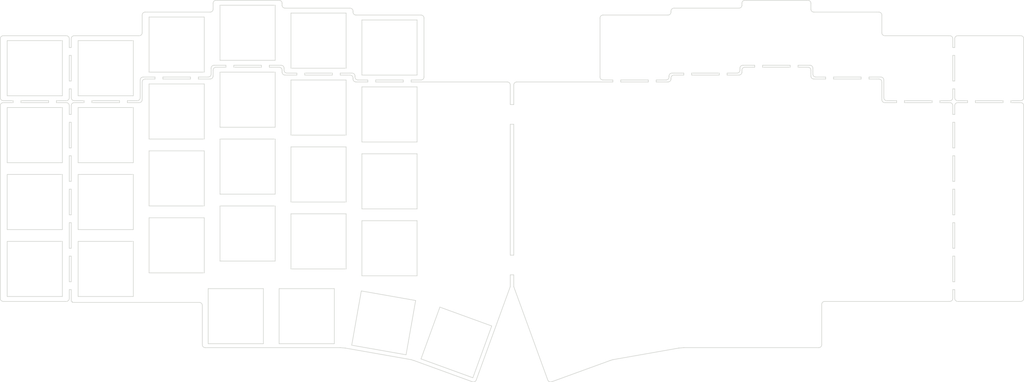
<source format=kicad_pcb>

            
(kicad_pcb (version 20171130) (host pcbnew 5.1.6)

  (page A3)
  (title_block
    (title switchplate)
    (rev v1.0.0)
    (company Unknown)
  )

  (general
    (thickness 1.6)
  )

  (layers
    (0 F.Cu signal)
    (31 B.Cu signal)
    (32 B.Adhes user)
    (33 F.Adhes user)
    (34 B.Paste user)
    (35 F.Paste user)
    (36 B.SilkS user)
    (37 F.SilkS user)
    (38 B.Mask user)
    (39 F.Mask user)
    (40 Dwgs.User user)
    (41 Cmts.User user)
    (42 Eco1.User user)
    (43 Eco2.User user)
    (44 Edge.Cuts user)
    (45 Margin user)
    (46 B.CrtYd user)
    (47 F.CrtYd user)
    (48 B.Fab user)
    (49 F.Fab user)
  )

  (setup
    (last_trace_width 0.25)
    (trace_clearance 0.2)
    (zone_clearance 0.508)
    (zone_45_only no)
    (trace_min 0.2)
    (via_size 0.8)
    (via_drill 0.4)
    (via_min_size 0.4)
    (via_min_drill 0.3)
    (uvia_size 0.3)
    (uvia_drill 0.1)
    (uvias_allowed no)
    (uvia_min_size 0.2)
    (uvia_min_drill 0.1)
    (edge_width 0.05)
    (segment_width 0.2)
    (pcb_text_width 0.3)
    (pcb_text_size 1.5 1.5)
    (mod_edge_width 0.12)
    (mod_text_size 1 1)
    (mod_text_width 0.15)
    (pad_size 1.524 1.524)
    (pad_drill 0.762)
    (pad_to_mask_clearance 0.05)
    (aux_axis_origin 0 0)
    (visible_elements FFFFFF7F)
    (pcbplotparams
      (layerselection 0x010fc_ffffffff)
      (usegerberextensions false)
      (usegerberattributes true)
      (usegerberadvancedattributes true)
      (creategerberjobfile true)
      (excludeedgelayer true)
      (linewidth 0.100000)
      (plotframeref false)
      (viasonmask false)
      (mode 1)
      (useauxorigin false)
      (hpglpennumber 1)
      (hpglpenspeed 20)
      (hpglpendiameter 15.000000)
      (psnegative false)
      (psa4output false)
      (plotreference true)
      (plotvalue true)
      (plotinvisibletext false)
      (padsonsilk false)
      (subtractmaskfromsilk false)
      (outputformat 1)
      (mirror false)
      (drillshape 1)
      (scaleselection 1)
      (outputdirectory ""))
  )

            (net 0 "")
            
  (net_class Default "This is the default net class."
    (clearance 0.2)
    (trace_width 0.25)
    (via_dia 0.8)
    (via_drill 0.4)
    (uvia_dia 0.3)
    (uvia_drill 0.1)
    (add_net "")
  )

            
            (gr_line (start 44 -42.75) (end 41.5 -42.75) (angle 90) (layer Edge.Cuts) (width 0.15))
(gr_line (start 30.5 -42.75) (end 28 -42.75) (angle 90) (layer Edge.Cuts) (width 0.15))
(gr_line (start 39.5 -42.75) (end 32.5 -42.75) (angle 90) (layer Edge.Cuts) (width 0.15))
(gr_line (start 27.25 -43.5) (end 27.25 -45.75) (angle 90) (layer Edge.Cuts) (width 0.15))
(gr_line (start 27.25 -56.25) (end 27.25 -58.5) (angle 90) (layer Edge.Cuts) (width 0.15))
(gr_line (start 27.25 -47.75) (end 27.25 -54.25) (angle 90) (layer Edge.Cuts) (width 0.15))
(gr_line (start 28 -59.25) (end 44.5 -59.25) (angle 90) (layer Edge.Cuts) (width 0.15))
(gr_line (start 45.25 -60) (end 45.25 -64.5) (angle 90) (layer Edge.Cuts) (width 0.15))
(gr_line (start 46 -65.25) (end 62.5 -65.25) (angle 90) (layer Edge.Cuts) (width 0.15))
(gr_line (start 63.25 -66) (end 63.25 -67.5) (angle 90) (layer Edge.Cuts) (width 0.15))
(gr_line (start 64 -68.25) (end 80 -68.25) (angle 90) (layer Edge.Cuts) (width 0.15))
(gr_line (start 80.75 -67.5) (end 80.75 -67) (angle 90) (layer Edge.Cuts) (width 0.15))
(gr_line (start 81.5 -66.25) (end 98 -66.25) (angle 90) (layer Edge.Cuts) (width 0.15))
(gr_line (start 98.75 -65.5) (end 98.75 -65.25) (angle 90) (layer Edge.Cuts) (width 0.15))
(gr_line (start 99.5 -64.5) (end 116 -64.5) (angle 90) (layer Edge.Cuts) (width 0.15))
(gr_line (start 116.75 -63.75) (end 116.75 -48.75) (angle 90) (layer Edge.Cuts) (width 0.15))
(gr_line (start 116 -48) (end 113.5 -48) (angle 90) (layer Edge.Cuts) (width 0.15))
(gr_line (start 102.5 -48) (end 100 -48) (angle 90) (layer Edge.Cuts) (width 0.15))
(gr_line (start 111.5 -48) (end 104.5 -48) (angle 90) (layer Edge.Cuts) (width 0.15))
(gr_line (start 99.25 -48.75) (end 99.25 -49) (angle 90) (layer Edge.Cuts) (width 0.15))
(gr_line (start 98.5 -49.75) (end 95.5 -49.75) (angle 90) (layer Edge.Cuts) (width 0.15))
(gr_line (start 84.5 -49.75) (end 82 -49.75) (angle 90) (layer Edge.Cuts) (width 0.15))
(gr_line (start 93.5 -49.75) (end 86.5 -49.75) (angle 90) (layer Edge.Cuts) (width 0.15))
(gr_line (start 81.25 -50.5) (end 81.25 -51) (angle 90) (layer Edge.Cuts) (width 0.15))
(gr_line (start 80.5 -51.75) (end 77.5 -51.75) (angle 90) (layer Edge.Cuts) (width 0.15))
(gr_line (start 66.5 -51.75) (end 63.5 -51.75) (angle 90) (layer Edge.Cuts) (width 0.15))
(gr_line (start 75.5 -51.75) (end 68.5 -51.75) (angle 90) (layer Edge.Cuts) (width 0.15))
(gr_line (start 62.75 -51) (end 62.75 -49.5) (angle 90) (layer Edge.Cuts) (width 0.15))
(gr_line (start 62 -48.75) (end 59.5 -48.75) (angle 90) (layer Edge.Cuts) (width 0.15))
(gr_line (start 48.5 -48.75) (end 45.5 -48.75) (angle 90) (layer Edge.Cuts) (width 0.15))
(gr_line (start 57.5 -48.75) (end 50.5 -48.75) (angle 90) (layer Edge.Cuts) (width 0.15))
(gr_line (start 44.75 -48) (end 44.75 -43.5) (angle 90) (layer Edge.Cuts) (width 0.15))
(gr_line (start 9.25 7.5) (end 9.25 -41.5) (angle 90) (layer Edge.Cuts) (width 0.15))
(gr_line (start 10 -42.25) (end 12.5 -42.25) (angle 90) (layer Edge.Cuts) (width 0.15))
(gr_line (start 14.5 -42.25) (end 21.5 -42.25) (angle 90) (layer Edge.Cuts) (width 0.15))
(gr_line (start 23.5 -42.25) (end 26 -42.25) (angle 90) (layer Edge.Cuts) (width 0.15))
(gr_line (start 26.75 -41.5) (end 26.75 -39.25) (angle 90) (layer Edge.Cuts) (width 0.15))
(gr_line (start 26.75 -37.25) (end 26.75 -30.75) (angle 90) (layer Edge.Cuts) (width 0.15))
(gr_line (start 26.75 -28.75) (end 26.75 -22.25) (angle 90) (layer Edge.Cuts) (width 0.15))
(gr_line (start 26.75 -20.25) (end 26.75 -13.75) (angle 90) (layer Edge.Cuts) (width 0.15))
(gr_line (start 26.75 -11.75) (end 26.75 -5.25) (angle 90) (layer Edge.Cuts) (width 0.15))
(gr_line (start 26.75 -3.25) (end 26.75 3.25) (angle 90) (layer Edge.Cuts) (width 0.15))
(gr_line (start 26.75 5.25) (end 26.75 7.5) (angle 90) (layer Edge.Cuts) (width 0.15))
(gr_line (start 26 8.25) (end 10 8.25) (angle 90) (layer Edge.Cuts) (width 0.15))
(gr_line (start 26 -42.75) (end 23.5 -42.75) (angle 90) (layer Edge.Cuts) (width 0.15))
(gr_line (start 12.5 -42.75) (end 10 -42.75) (angle 90) (layer Edge.Cuts) (width 0.15))
(gr_line (start 21.5 -42.75) (end 14.5 -42.75) (angle 90) (layer Edge.Cuts) (width 0.15))
(gr_line (start 9.25 -43.5) (end 9.25 -58.5) (angle 90) (layer Edge.Cuts) (width 0.15))
(gr_line (start 10 -59.25) (end 26 -59.25) (angle 90) (layer Edge.Cuts) (width 0.15))
(gr_line (start 26.75 -58.5) (end 26.75 -56.25) (angle 90) (layer Edge.Cuts) (width 0.15))
(gr_line (start 26.75 -54.25) (end 26.75 -47.75) (angle 90) (layer Edge.Cuts) (width 0.15))
(gr_line (start 26.75 -45.75) (end 26.75 -43.5) (angle 90) (layer Edge.Cuts) (width 0.15))
(gr_line (start 27.25 8.25) (end 27.25 5.25) (angle 90) (layer Edge.Cuts) (width 0.15))
(gr_line (start 27.25 -39.25) (end 27.25 -41.5) (angle 90) (layer Edge.Cuts) (width 0.15))
(gr_line (start 27.25 -30.75) (end 27.25 -37.25) (angle 90) (layer Edge.Cuts) (width 0.15))
(gr_line (start 27.25 -22.25) (end 27.25 -28.75) (angle 90) (layer Edge.Cuts) (width 0.15))
(gr_line (start 27.25 -13.75) (end 27.25 -20.25) (angle 90) (layer Edge.Cuts) (width 0.15))
(gr_line (start 27.25 -5.25) (end 27.25 -11.75) (angle 90) (layer Edge.Cuts) (width 0.15))
(gr_line (start 27.25 3.25) (end 27.25 -3.25) (angle 90) (layer Edge.Cuts) (width 0.15))
(gr_line (start 28 -42.25) (end 30.5 -42.25) (angle 90) (layer Edge.Cuts) (width 0.15))
(gr_line (start 32.5 -42.25) (end 39.5 -42.25) (angle 90) (layer Edge.Cuts) (width 0.15))
(gr_line (start 41.5 -42.25) (end 44.5 -42.25) (angle 90) (layer Edge.Cuts) (width 0.15))
(gr_line (start 45.25 -43) (end 45.25 -47.5) (angle 90) (layer Edge.Cuts) (width 0.15))
(gr_line (start 46 -48.25) (end 48.5 -48.25) (angle 90) (layer Edge.Cuts) (width 0.15))
(gr_line (start 50.5 -48.25) (end 57.5 -48.25) (angle 90) (layer Edge.Cuts) (width 0.15))
(gr_line (start 59.5 -48.25) (end 62.5 -48.25) (angle 90) (layer Edge.Cuts) (width 0.15))
(gr_line (start 63.25 -49) (end 63.25 -50.5) (angle 90) (layer Edge.Cuts) (width 0.15))
(gr_line (start 64 -51.25) (end 66.5 -51.25) (angle 90) (layer Edge.Cuts) (width 0.15))
(gr_line (start 68.5 -51.25) (end 75.5 -51.25) (angle 90) (layer Edge.Cuts) (width 0.15))
(gr_line (start 77.5 -51.25) (end 80 -51.25) (angle 90) (layer Edge.Cuts) (width 0.15))
(gr_line (start 80.75 -50.5) (end 80.75 -50) (angle 90) (layer Edge.Cuts) (width 0.15))
(gr_line (start 81.5 -49.25) (end 84.5 -49.25) (angle 90) (layer Edge.Cuts) (width 0.15))
(gr_line (start 86.5 -49.25) (end 93.5 -49.25) (angle 90) (layer Edge.Cuts) (width 0.15))
(gr_line (start 95.5 -49.25) (end 98 -49.25) (angle 90) (layer Edge.Cuts) (width 0.15))
(gr_line (start 98.75 -48.5) (end 98.75 -48.25) (angle 90) (layer Edge.Cuts) (width 0.15))
(gr_line (start 99.5 -47.5) (end 102.5 -47.5) (angle 90) (layer Edge.Cuts) (width 0.15))
(gr_line (start 104.5 -47.5) (end 111.5 -47.5) (angle 90) (layer Edge.Cuts) (width 0.15))
(gr_line (start 113.5 -47.5) (end 137.89 -47.5) (angle 90) (layer Edge.Cuts) (width 0.15))
(gr_line (start 138.64 -46.75) (end 138.64 -41.75) (angle 90) (layer Edge.Cuts) (width 0.15))
(gr_line (start 138.64 -36.75) (end 138.64 -3.5) (angle 90) (layer Edge.Cuts) (width 0.15))
(gr_line (start 138.64 1.5) (end 138.64 4.498145390384401) (angle 90) (layer Edge.Cuts) (width 0.15))
(gr_line (start 27.5 8.25) (end 27.25 8.25) (angle 90) (layer Edge.Cuts) (width 0.15))
(gr_line (start 61.25 20) (end 95.46983163818675 20) (angle 90) (layer Edge.Cuts) (width 0.15))
(gr_line (start 60.5 19.25) (end 60.5 9.25) (angle 90) (layer Edge.Cuts) (width 0.15))
(gr_line (start 138.64 4.498145390384401) (end 138.6419348 4.4988496) (angle 90) (layer Edge.Cuts) (width 0.15))
(gr_line (start 138.6419348 4.4988496) (end 130.00592622673906 28.226088180604563) (angle 90) (layer Edge.Cuts) (width 0.15))
(gr_line (start 129.044641630559 28.67434258879637) (end 114.25933319178517 23.29293036422859) (angle 90) (layer Edge.Cuts) (width 0.15))
(gr_line (start 114.22941498339053 23.28274966185044) (end 113.55518028850406 23.06905715119271) (angle 90) (layer Edge.Cuts) (width 0.15))
(gr_line (start 113.45881954284634 23.04540156279963) (end 96.80084022397807 20.108150384823748) (angle 90) (layer Edge.Cuts) (width 0.15))
(gr_line (start 96.73084258603774 20.099179177942204) (end 95.53007014018822 20.002423000161276) (angle 90) (layer Edge.Cuts) (width 0.15))
(gr_line (start 27.5 8.5) (end 59.75 8.5) (angle 90) (layer Edge.Cuts) (width 0.15))
(gr_line (start 27.5 8.25) (end 27.5 8.5) (angle 90) (layer Edge.Cuts) (width 0.15))
(gr_arc (start 28 -41.5) (end 28 -42.25) (angle -90) (layer Edge.Cuts) (width 0.15))
(gr_arc (start 44.5 -43) (end 44.5 -42.25) (angle -90) (layer Edge.Cuts) (width 0.15))
(gr_arc (start 46 -47.5) (end 46 -48.25) (angle -90) (layer Edge.Cuts) (width 0.15))
(gr_arc (start 62.5 -49) (end 62.5 -48.25) (angle -90) (layer Edge.Cuts) (width 0.15))
(gr_arc (start 64 -50.5) (end 64 -51.25) (angle -90) (layer Edge.Cuts) (width 0.15))
(gr_arc (start 80 -50.5) (end 80.75 -50.5) (angle -90) (layer Edge.Cuts) (width 0.15))
(gr_arc (start 81.5 -50) (end 80.75 -50) (angle -90) (layer Edge.Cuts) (width 0.15))
(gr_arc (start 98 -48.5) (end 98.75 -48.5) (angle -90) (layer Edge.Cuts) (width 0.15))
(gr_arc (start 99.5 -48.25) (end 98.75 -48.25) (angle -90) (layer Edge.Cuts) (width 0.15))
(gr_arc (start 137.89 -46.75) (end 138.64 -46.75) (angle -90) (layer Edge.Cuts) (width 0.15))
(gr_arc (start 129.30115672455315 27.96957308661041) (end 129.04464162455315 28.67434258661041) (angle -89.99999999999869) (layer Edge.Cuts) (width 0.15))
(gr_arc (start 114.00281809779102 23.997699866414546) (end 114.25933319779102 23.292930366414545) (angle -2.414465530425801) (layer Edge.Cuts) (width 0.15))
(gr_arc (start 113.32858340290454 23.78400735575681) (end 113.55518030290455 23.06905715575681) (angle -7.58553175157769) (layer Edge.Cuts) (width 0.15))
(gr_arc (start 96.67060408403627 20.84675617778093) (end 96.80084018403628 20.10815037778093) (angle -5.393156221930894) (layer Edge.Cuts) (width 0.15))
(gr_arc (start 95.46983163818675 20.75) (end 95.53007013818674 20.002423) (angle -4.606844570723055) (layer Edge.Cuts) (width 0.15))
(gr_arc (start 61.25 19.25) (end 60.5 19.25) (angle -90) (layer Edge.Cuts) (width 0.15))
(gr_arc (start 59.75 9.25) (end 60.5 9.25) (angle -90) (layer Edge.Cuts) (width 0.15))
(gr_arc (start 28 -43.5) (end 27.25 -43.5) (angle -90) (layer Edge.Cuts) (width 0.15))
(gr_arc (start 28 -58.5) (end 28 -59.25) (angle -90) (layer Edge.Cuts) (width 0.15))
(gr_arc (start 44.5 -60) (end 44.5 -59.25) (angle -90) (layer Edge.Cuts) (width 0.15))
(gr_arc (start 46 -64.5) (end 46 -65.25) (angle -90) (layer Edge.Cuts) (width 0.15))
(gr_arc (start 62.5 -66) (end 62.5 -65.25) (angle -90) (layer Edge.Cuts) (width 0.15))
(gr_arc (start 64 -67.5) (end 64 -68.25) (angle -90) (layer Edge.Cuts) (width 0.15))
(gr_arc (start 80 -67.5) (end 80.75 -67.5) (angle -90) (layer Edge.Cuts) (width 0.15))
(gr_arc (start 81.5 -67) (end 80.75 -67) (angle -90) (layer Edge.Cuts) (width 0.15))
(gr_arc (start 98 -65.5) (end 98.75 -65.5) (angle -90) (layer Edge.Cuts) (width 0.15))
(gr_arc (start 99.5 -65.25) (end 98.75 -65.25) (angle -90) (layer Edge.Cuts) (width 0.15))
(gr_arc (start 116 -63.75) (end 116.75 -63.75) (angle -90) (layer Edge.Cuts) (width 0.15))
(gr_arc (start 116 -48.75) (end 116 -48) (angle -90) (layer Edge.Cuts) (width 0.15))
(gr_arc (start 100 -48.75) (end 99.25 -48.75) (angle -90) (layer Edge.Cuts) (width 0.15))
(gr_arc (start 98.5 -49) (end 99.25 -49) (angle -90) (layer Edge.Cuts) (width 0.15))
(gr_arc (start 82 -50.5) (end 81.25 -50.5) (angle -90) (layer Edge.Cuts) (width 0.15))
(gr_arc (start 80.5 -51) (end 81.25 -51) (angle -90) (layer Edge.Cuts) (width 0.15))
(gr_arc (start 63.5 -51) (end 63.5 -51.75) (angle -90) (layer Edge.Cuts) (width 0.15))
(gr_arc (start 62 -49.5) (end 62 -48.75) (angle -90) (layer Edge.Cuts) (width 0.15))
(gr_arc (start 45.5 -48) (end 45.5 -48.75) (angle -90) (layer Edge.Cuts) (width 0.15))
(gr_arc (start 44 -43.5) (end 44 -42.75) (angle -90) (layer Edge.Cuts) (width 0.15))
(gr_arc (start 10 -41.5) (end 10 -42.25) (angle -90) (layer Edge.Cuts) (width 0.15))
(gr_arc (start 26 -41.5) (end 26.75 -41.5) (angle -90) (layer Edge.Cuts) (width 0.15))
(gr_arc (start 26 7.5) (end 26 8.25) (angle -90) (layer Edge.Cuts) (width 0.15))
(gr_arc (start 10 7.5) (end 9.25 7.5) (angle -90) (layer Edge.Cuts) (width 0.15))
(gr_arc (start 10 -43.5) (end 9.25 -43.5) (angle -90) (layer Edge.Cuts) (width 0.15))
(gr_arc (start 10 -58.5) (end 10 -59.25) (angle -90) (layer Edge.Cuts) (width 0.15))
(gr_arc (start 26 -58.5) (end 26.75 -58.5) (angle -90) (layer Edge.Cuts) (width 0.15))
(gr_arc (start 26 -43.5) (end 26 -42.75) (angle -90) (layer Edge.Cuts) (width 0.15))
(gr_line (start 234.17000000000002 -42.75) (end 236.67000000000002 -42.75) (angle 90) (layer Edge.Cuts) (width 0.15))
(gr_line (start 247.67000000000002 -42.75) (end 250.17000000000002 -42.75) (angle 90) (layer Edge.Cuts) (width 0.15))
(gr_line (start 238.67000000000002 -42.75) (end 245.67000000000002 -42.75) (angle 90) (layer Edge.Cuts) (width 0.15))
(gr_line (start 250.92000000000002 -43.5) (end 250.92000000000002 -45.75) (angle 90) (layer Edge.Cuts) (width 0.15))
(gr_line (start 250.92000000000002 -56.25) (end 250.92000000000002 -58.5) (angle 90) (layer Edge.Cuts) (width 0.15))
(gr_line (start 250.92000000000002 -47.75) (end 250.92000000000002 -54.25) (angle 90) (layer Edge.Cuts) (width 0.15))
(gr_line (start 250.17000000000002 -59.25) (end 233.67000000000002 -59.25) (angle 90) (layer Edge.Cuts) (width 0.15))
(gr_line (start 232.92000000000002 -60) (end 232.92000000000002 -64.5) (angle 90) (layer Edge.Cuts) (width 0.15))
(gr_line (start 232.17000000000002 -65.25) (end 215.67000000000002 -65.25) (angle 90) (layer Edge.Cuts) (width 0.15))
(gr_line (start 214.92000000000002 -66) (end 214.92000000000002 -67.5) (angle 90) (layer Edge.Cuts) (width 0.15))
(gr_line (start 214.17000000000002 -68.25) (end 198.17000000000002 -68.25) (angle 90) (layer Edge.Cuts) (width 0.15))
(gr_line (start 197.42000000000002 -67.5) (end 197.42000000000002 -67) (angle 90) (layer Edge.Cuts) (width 0.15))
(gr_line (start 196.67000000000002 -66.25) (end 180.17000000000002 -66.25) (angle 90) (layer Edge.Cuts) (width 0.15))
(gr_line (start 179.42000000000002 -65.5) (end 179.42000000000002 -65.25) (angle 90) (layer Edge.Cuts) (width 0.15))
(gr_line (start 178.67000000000002 -64.5) (end 162.17000000000002 -64.5) (angle 90) (layer Edge.Cuts) (width 0.15))
(gr_line (start 161.42000000000002 -63.75) (end 161.42000000000002 -48.75) (angle 90) (layer Edge.Cuts) (width 0.15))
(gr_line (start 162.17000000000002 -48) (end 164.67000000000002 -48) (angle 90) (layer Edge.Cuts) (width 0.15))
(gr_line (start 175.67000000000002 -48) (end 178.17000000000002 -48) (angle 90) (layer Edge.Cuts) (width 0.15))
(gr_line (start 166.67000000000002 -48) (end 173.67000000000002 -48) (angle 90) (layer Edge.Cuts) (width 0.15))
(gr_line (start 178.92000000000002 -48.75) (end 178.92000000000002 -49) (angle 90) (layer Edge.Cuts) (width 0.15))
(gr_line (start 179.67000000000002 -49.75) (end 182.67000000000002 -49.75) (angle 90) (layer Edge.Cuts) (width 0.15))
(gr_line (start 193.67000000000002 -49.75) (end 196.17000000000002 -49.75) (angle 90) (layer Edge.Cuts) (width 0.15))
(gr_line (start 184.67000000000002 -49.75) (end 191.67000000000002 -49.75) (angle 90) (layer Edge.Cuts) (width 0.15))
(gr_line (start 196.92000000000002 -50.5) (end 196.92000000000002 -51) (angle 90) (layer Edge.Cuts) (width 0.15))
(gr_line (start 197.67000000000002 -51.75) (end 200.67000000000002 -51.75) (angle 90) (layer Edge.Cuts) (width 0.15))
(gr_line (start 211.67000000000002 -51.75) (end 214.67000000000002 -51.75) (angle 90) (layer Edge.Cuts) (width 0.15))
(gr_line (start 202.67000000000002 -51.75) (end 209.67000000000002 -51.75) (angle 90) (layer Edge.Cuts) (width 0.15))
(gr_line (start 215.42000000000002 -51) (end 215.42000000000002 -49.5) (angle 90) (layer Edge.Cuts) (width 0.15))
(gr_line (start 216.17000000000002 -48.75) (end 218.67000000000002 -48.75) (angle 90) (layer Edge.Cuts) (width 0.15))
(gr_line (start 229.67000000000002 -48.75) (end 232.67000000000002 -48.75) (angle 90) (layer Edge.Cuts) (width 0.15))
(gr_line (start 220.67000000000002 -48.75) (end 227.67000000000002 -48.75) (angle 90) (layer Edge.Cuts) (width 0.15))
(gr_line (start 233.42000000000002 -48) (end 233.42000000000002 -43.5) (angle 90) (layer Edge.Cuts) (width 0.15))
(gr_line (start 268.92 7.5) (end 268.92 -41.5) (angle 90) (layer Edge.Cuts) (width 0.15))
(gr_line (start 268.17 -42.25) (end 265.67 -42.25) (angle 90) (layer Edge.Cuts) (width 0.15))
(gr_line (start 263.67 -42.25) (end 256.67 -42.25) (angle 90) (layer Edge.Cuts) (width 0.15))
(gr_line (start 254.67000000000002 -42.25) (end 252.17000000000002 -42.25) (angle 90) (layer Edge.Cuts) (width 0.15))
(gr_line (start 251.42000000000002 -41.5) (end 251.42000000000002 -39.25) (angle 90) (layer Edge.Cuts) (width 0.15))
(gr_line (start 251.42000000000002 -37.25) (end 251.42000000000002 -30.75) (angle 90) (layer Edge.Cuts) (width 0.15))
(gr_line (start 251.42000000000002 -28.75) (end 251.42000000000002 -22.25) (angle 90) (layer Edge.Cuts) (width 0.15))
(gr_line (start 251.42000000000002 -20.25) (end 251.42000000000002 -13.75) (angle 90) (layer Edge.Cuts) (width 0.15))
(gr_line (start 251.42000000000002 -11.75) (end 251.42000000000002 -5.25) (angle 90) (layer Edge.Cuts) (width 0.15))
(gr_line (start 251.42000000000002 -3.25) (end 251.42000000000002 3.25) (angle 90) (layer Edge.Cuts) (width 0.15))
(gr_line (start 251.42000000000002 5.25) (end 251.42000000000002 7.5) (angle 90) (layer Edge.Cuts) (width 0.15))
(gr_line (start 252.17000000000002 8.25) (end 268.17 8.25) (angle 90) (layer Edge.Cuts) (width 0.15))
(gr_line (start 252.17000000000002 -42.75) (end 254.67000000000002 -42.75) (angle 90) (layer Edge.Cuts) (width 0.15))
(gr_line (start 265.67 -42.75) (end 268.17 -42.75) (angle 90) (layer Edge.Cuts) (width 0.15))
(gr_line (start 256.67 -42.75) (end 263.67 -42.75) (angle 90) (layer Edge.Cuts) (width 0.15))
(gr_line (start 268.92 -43.5) (end 268.92 -58.5) (angle 90) (layer Edge.Cuts) (width 0.15))
(gr_line (start 268.17 -59.25) (end 252.17000000000002 -59.25) (angle 90) (layer Edge.Cuts) (width 0.15))
(gr_line (start 251.42000000000002 -58.5) (end 251.42000000000002 -56.25) (angle 90) (layer Edge.Cuts) (width 0.15))
(gr_line (start 251.42000000000002 -54.25) (end 251.42000000000002 -47.75) (angle 90) (layer Edge.Cuts) (width 0.15))
(gr_line (start 251.42000000000002 -45.75) (end 251.42000000000002 -43.5) (angle 90) (layer Edge.Cuts) (width 0.15))
(gr_line (start 250.92000000000002 7.5) (end 250.92000000000002 5.25) (angle 90) (layer Edge.Cuts) (width 0.15))
(gr_line (start 250.92000000000002 -39.25) (end 250.92000000000002 -41.5) (angle 90) (layer Edge.Cuts) (width 0.15))
(gr_line (start 250.92000000000002 -30.75) (end 250.92000000000002 -37.25) (angle 90) (layer Edge.Cuts) (width 0.15))
(gr_line (start 250.92000000000002 -22.25) (end 250.92000000000002 -28.75) (angle 90) (layer Edge.Cuts) (width 0.15))
(gr_line (start 250.92000000000002 -13.75) (end 250.92000000000002 -20.25) (angle 90) (layer Edge.Cuts) (width 0.15))
(gr_line (start 250.92000000000002 -5.25) (end 250.92000000000002 -11.75) (angle 90) (layer Edge.Cuts) (width 0.15))
(gr_line (start 250.92000000000002 3.25) (end 250.92000000000002 -3.25) (angle 90) (layer Edge.Cuts) (width 0.15))
(gr_line (start 250.17000000000002 -42.25) (end 247.67000000000002 -42.25) (angle 90) (layer Edge.Cuts) (width 0.15))
(gr_line (start 245.67000000000002 -42.25) (end 238.67000000000002 -42.25) (angle 90) (layer Edge.Cuts) (width 0.15))
(gr_line (start 236.67000000000002 -42.25) (end 233.67000000000002 -42.25) (angle 90) (layer Edge.Cuts) (width 0.15))
(gr_line (start 232.92000000000002 -43) (end 232.92000000000002 -47.5) (angle 90) (layer Edge.Cuts) (width 0.15))
(gr_line (start 232.17000000000002 -48.25) (end 229.67000000000002 -48.25) (angle 90) (layer Edge.Cuts) (width 0.15))
(gr_line (start 227.67000000000002 -48.25) (end 220.67000000000002 -48.25) (angle 90) (layer Edge.Cuts) (width 0.15))
(gr_line (start 218.67000000000002 -48.25) (end 215.67000000000002 -48.25) (angle 90) (layer Edge.Cuts) (width 0.15))
(gr_line (start 214.92000000000002 -49) (end 214.92000000000002 -50.5) (angle 90) (layer Edge.Cuts) (width 0.15))
(gr_line (start 214.17000000000002 -51.25) (end 211.67000000000002 -51.25) (angle 90) (layer Edge.Cuts) (width 0.15))
(gr_line (start 209.67000000000002 -51.25) (end 202.67000000000002 -51.25) (angle 90) (layer Edge.Cuts) (width 0.15))
(gr_line (start 200.67000000000002 -51.25) (end 198.17000000000002 -51.25) (angle 90) (layer Edge.Cuts) (width 0.15))
(gr_line (start 197.42000000000002 -50.5) (end 197.42000000000002 -50) (angle 90) (layer Edge.Cuts) (width 0.15))
(gr_line (start 196.67000000000002 -49.25) (end 193.67000000000002 -49.25) (angle 90) (layer Edge.Cuts) (width 0.15))
(gr_line (start 191.67000000000002 -49.25) (end 184.67000000000002 -49.25) (angle 90) (layer Edge.Cuts) (width 0.15))
(gr_line (start 182.67000000000002 -49.25) (end 180.17000000000002 -49.25) (angle 90) (layer Edge.Cuts) (width 0.15))
(gr_line (start 179.42000000000002 -48.5) (end 179.42000000000002 -48.25) (angle 90) (layer Edge.Cuts) (width 0.15))
(gr_line (start 178.67000000000002 -47.5) (end 175.67000000000002 -47.5) (angle 90) (layer Edge.Cuts) (width 0.15))
(gr_line (start 173.67000000000002 -47.5) (end 166.67000000000002 -47.5) (angle 90) (layer Edge.Cuts) (width 0.15))
(gr_line (start 164.67000000000002 -47.5) (end 140.28000000000003 -47.5) (angle 90) (layer Edge.Cuts) (width 0.15))
(gr_line (start 139.53000000000003 -46.75) (end 139.53000000000003 -41.75) (angle 90) (layer Edge.Cuts) (width 0.15))
(gr_line (start 139.53000000000003 -36.75) (end 139.53000000000003 -3.5) (angle 90) (layer Edge.Cuts) (width 0.15))
(gr_line (start 139.53000000000003 1.5) (end 139.53000000000003 4.498145390384401) (angle 90) (layer Edge.Cuts) (width 0.15))
(gr_line (start 218.42000000000002 8.25) (end 250.17000000000002 8.25) (angle 90) (layer Edge.Cuts) (width 0.15))
(gr_line (start 182.7001683618133 20) (end 216.92000000000002 20) (angle 90) (layer Edge.Cuts) (width 0.15))
(gr_line (start 217.67000000000002 19.25) (end 217.67000000000002 9) (angle 90) (layer Edge.Cuts) (width 0.15))
(gr_line (start 139.53000000000003 4.498145390384401) (end 139.52806520000001 4.4988496) (angle 90) (layer Edge.Cuts) (width 0.15))
(gr_line (start 139.52806520000001 4.4988496) (end 148.16407377326098 28.22608818060462) (angle 90) (layer Edge.Cuts) (width 0.15))
(gr_line (start 149.12535836944105 28.674342588796364) (end 163.9106668082149 23.292930364228567) (angle 90) (layer Edge.Cuts) (width 0.15))
(gr_line (start 163.94058501660953 23.28274966185041) (end 164.61481971149598 23.069057151192688) (angle 90) (layer Edge.Cuts) (width 0.15))
(gr_line (start 164.71118045715366 23.045401562799622) (end 181.36915977602192 20.108150384823745) (angle 90) (layer Edge.Cuts) (width 0.15))
(gr_line (start 181.43915741396228 20.0991791779422) (end 182.63992985981184 20.002423000161272) (angle 90) (layer Edge.Cuts) (width 0.15))
(gr_arc (start 250.17000000000002 -41.5) (end 250.92000000000002 -41.5) (angle -90) (layer Edge.Cuts) (width 0.15))
(gr_arc (start 233.67000000000002 -43) (end 232.92000000000002 -43) (angle -90) (layer Edge.Cuts) (width 0.15))
(gr_arc (start 232.17000000000002 -47.5) (end 232.92000000000002 -47.5) (angle -90) (layer Edge.Cuts) (width 0.15))
(gr_arc (start 215.67000000000002 -49) (end 214.92000000000002 -49) (angle -90) (layer Edge.Cuts) (width 0.15))
(gr_arc (start 214.17000000000002 -50.5) (end 214.92000000000002 -50.5) (angle -90) (layer Edge.Cuts) (width 0.15))
(gr_arc (start 198.17000000000002 -50.5) (end 198.17000000000002 -51.25) (angle -90) (layer Edge.Cuts) (width 0.15))
(gr_arc (start 196.67000000000002 -50) (end 196.67000000000002 -49.25) (angle -90) (layer Edge.Cuts) (width 0.15))
(gr_arc (start 180.17000000000002 -48.5) (end 180.17000000000002 -49.25) (angle -90) (layer Edge.Cuts) (width 0.15))
(gr_arc (start 178.67000000000002 -48.25) (end 178.67000000000002 -47.5) (angle -90) (layer Edge.Cuts) (width 0.15))
(gr_arc (start 140.28000000000003 -46.75) (end 140.28000000000003 -47.5) (angle -90) (layer Edge.Cuts) (width 0.15))
(gr_arc (start 148.8688432754469 27.969573086610467) (end 148.1640737754469 28.22608818661047) (angle -90.00000000000037) (layer Edge.Cuts) (width 0.15))
(gr_arc (start 164.16718190220902 23.99769986641452) (end 163.94058500220902 23.28274966641452) (angle -2.4144655304249767) (layer Edge.Cuts) (width 0.15))
(gr_arc (start 164.84141659709547 23.784007355756806) (end 164.71118049709548 23.045401555756808) (angle -7.5855317515741945) (layer Edge.Cuts) (width 0.15))
(gr_arc (start 181.49939591596373 20.846756177780925) (end 181.43915741596373 20.099179177780925) (angle -5.393156221933054) (layer Edge.Cuts) (width 0.15))
(gr_arc (start 182.7001683618133 20.75) (end 182.7001683618133 20) (angle -4.606844570721918) (layer Edge.Cuts) (width 0.15))
(gr_arc (start 216.92000000000002 19.25) (end 216.92000000000002 20) (angle -90) (layer Edge.Cuts) (width 0.15))
(gr_arc (start 218.42000000000002 9) (end 218.42000000000002 8.25) (angle -90) (layer Edge.Cuts) (width 0.15))
(gr_arc (start 250.17000000000002 7.5) (end 250.17000000000002 8.25) (angle -90) (layer Edge.Cuts) (width 0.15))
(gr_arc (start 250.17000000000002 -43.5) (end 250.17000000000002 -42.75) (angle -90) (layer Edge.Cuts) (width 0.15))
(gr_arc (start 250.17000000000002 -58.5) (end 250.92000000000002 -58.5) (angle -90) (layer Edge.Cuts) (width 0.15))
(gr_arc (start 233.67000000000002 -60) (end 232.92000000000002 -60) (angle -90) (layer Edge.Cuts) (width 0.15))
(gr_arc (start 232.17000000000002 -64.5) (end 232.92000000000002 -64.5) (angle -90) (layer Edge.Cuts) (width 0.15))
(gr_arc (start 215.67000000000002 -66) (end 214.92000000000002 -66) (angle -90) (layer Edge.Cuts) (width 0.15))
(gr_arc (start 214.17000000000002 -67.5) (end 214.92000000000002 -67.5) (angle -90) (layer Edge.Cuts) (width 0.15))
(gr_arc (start 198.17000000000002 -67.5) (end 198.17000000000002 -68.25) (angle -90) (layer Edge.Cuts) (width 0.15))
(gr_arc (start 196.67000000000002 -67) (end 196.67000000000002 -66.25) (angle -90) (layer Edge.Cuts) (width 0.15))
(gr_arc (start 180.17000000000002 -65.5) (end 180.17000000000002 -66.25) (angle -90) (layer Edge.Cuts) (width 0.15))
(gr_arc (start 178.67000000000002 -65.25) (end 178.67000000000002 -64.5) (angle -90) (layer Edge.Cuts) (width 0.15))
(gr_arc (start 162.17000000000002 -63.75) (end 162.17000000000002 -64.5) (angle -90) (layer Edge.Cuts) (width 0.15))
(gr_arc (start 162.17000000000002 -48.75) (end 161.42000000000002 -48.75) (angle -90) (layer Edge.Cuts) (width 0.15))
(gr_arc (start 178.17000000000002 -48.75) (end 178.17000000000002 -48) (angle -90) (layer Edge.Cuts) (width 0.15))
(gr_arc (start 179.67000000000002 -49) (end 179.67000000000002 -49.75) (angle -90) (layer Edge.Cuts) (width 0.15))
(gr_arc (start 196.17000000000002 -50.5) (end 196.17000000000002 -49.75) (angle -90) (layer Edge.Cuts) (width 0.15))
(gr_arc (start 197.67000000000002 -51) (end 197.67000000000002 -51.75) (angle -90) (layer Edge.Cuts) (width 0.15))
(gr_arc (start 214.67000000000002 -51) (end 215.42000000000002 -51) (angle -90) (layer Edge.Cuts) (width 0.15))
(gr_arc (start 216.17000000000002 -49.5) (end 215.42000000000002 -49.5) (angle -90) (layer Edge.Cuts) (width 0.15))
(gr_arc (start 232.67000000000002 -48) (end 233.42000000000002 -48) (angle -90) (layer Edge.Cuts) (width 0.15))
(gr_arc (start 234.17000000000002 -43.5) (end 233.42000000000002 -43.5) (angle -90) (layer Edge.Cuts) (width 0.15))
(gr_arc (start 268.17 -41.5) (end 268.92 -41.5) (angle -90) (layer Edge.Cuts) (width 0.15))
(gr_arc (start 252.17000000000002 -41.5) (end 252.17000000000002 -42.25) (angle -90) (layer Edge.Cuts) (width 0.15))
(gr_arc (start 252.17000000000002 7.5) (end 251.42000000000002 7.5) (angle -90) (layer Edge.Cuts) (width 0.15))
(gr_arc (start 268.17 7.5) (end 268.17 8.25) (angle -90) (layer Edge.Cuts) (width 0.15))
(gr_arc (start 268.17 -43.5) (end 268.17 -42.75) (angle -90) (layer Edge.Cuts) (width 0.15))
(gr_arc (start 268.17 -58.5) (end 268.92 -58.5) (angle -90) (layer Edge.Cuts) (width 0.15))
(gr_arc (start 252.17000000000002 -58.5) (end 252.17000000000002 -59.25) (angle -90) (layer Edge.Cuts) (width 0.15))
(gr_arc (start 252.17000000000002 -43.5) (end 251.42000000000002 -43.5) (angle -90) (layer Edge.Cuts) (width 0.15))
(gr_line (start 14.5 -42.25) (end 14.5 -42.75) (angle 90) (layer Edge.Cuts) (width 0.15))
(gr_line (start 12.5 -42.75) (end 12.5 -42.25) (angle 90) (layer Edge.Cuts) (width 0.15))
(gr_line (start 23.5 -42.25) (end 23.5 -42.75) (angle 90) (layer Edge.Cuts) (width 0.15))
(gr_line (start 21.5 -42.75) (end 21.5 -42.25) (angle 90) (layer Edge.Cuts) (width 0.15))
(gr_line (start 32.5 -42.25) (end 32.5 -42.75) (angle 90) (layer Edge.Cuts) (width 0.15))
(gr_line (start 30.5 -42.75) (end 30.5 -42.25) (angle 90) (layer Edge.Cuts) (width 0.15))
(gr_line (start 41.5 -42.25) (end 41.5 -42.75) (angle 90) (layer Edge.Cuts) (width 0.15))
(gr_line (start 39.5 -42.75) (end 39.5 -42.25) (angle 90) (layer Edge.Cuts) (width 0.15))
(gr_line (start 50.5 -48.25) (end 50.5 -48.75) (angle 90) (layer Edge.Cuts) (width 0.15))
(gr_line (start 48.5 -48.75) (end 48.5 -48.25) (angle 90) (layer Edge.Cuts) (width 0.15))
(gr_line (start 59.5 -48.25) (end 59.5 -48.75) (angle 90) (layer Edge.Cuts) (width 0.15))
(gr_line (start 57.5 -48.75) (end 57.5 -48.25) (angle 90) (layer Edge.Cuts) (width 0.15))
(gr_line (start 68.5 -51.25) (end 68.5 -51.75) (angle 90) (layer Edge.Cuts) (width 0.15))
(gr_line (start 66.5 -51.75) (end 66.5 -51.25) (angle 90) (layer Edge.Cuts) (width 0.15))
(gr_line (start 77.5 -51.25) (end 77.5 -51.75) (angle 90) (layer Edge.Cuts) (width 0.15))
(gr_line (start 75.5 -51.75) (end 75.5 -51.25) (angle 90) (layer Edge.Cuts) (width 0.15))
(gr_line (start 86.5 -49.25) (end 86.5 -49.75) (angle 90) (layer Edge.Cuts) (width 0.15))
(gr_line (start 84.5 -49.75) (end 84.5 -49.25) (angle 90) (layer Edge.Cuts) (width 0.15))
(gr_line (start 95.5 -49.25) (end 95.5 -49.75) (angle 90) (layer Edge.Cuts) (width 0.15))
(gr_line (start 93.5 -49.75) (end 93.5 -49.25) (angle 90) (layer Edge.Cuts) (width 0.15))
(gr_line (start 104.5 -47.5) (end 104.5 -48) (angle 90) (layer Edge.Cuts) (width 0.15))
(gr_line (start 102.5 -48) (end 102.5 -47.5) (angle 90) (layer Edge.Cuts) (width 0.15))
(gr_line (start 113.5 -47.5) (end 113.5 -48) (angle 90) (layer Edge.Cuts) (width 0.15))
(gr_line (start 111.5 -48) (end 111.5 -47.5) (angle 90) (layer Edge.Cuts) (width 0.15))
(gr_line (start 26.75 -54.25) (end 27.25 -54.25) (angle 90) (layer Edge.Cuts) (width 0.15))
(gr_line (start 27.25 -56.25) (end 26.75 -56.25) (angle 90) (layer Edge.Cuts) (width 0.15))
(gr_line (start 26.75 -45.75) (end 27.25 -45.75) (angle 90) (layer Edge.Cuts) (width 0.15))
(gr_line (start 27.25 -47.75) (end 26.75 -47.75) (angle 90) (layer Edge.Cuts) (width 0.15))
(gr_line (start 26.75 -37.25) (end 27.25 -37.25) (angle 90) (layer Edge.Cuts) (width 0.15))
(gr_line (start 27.25 -39.25) (end 26.75 -39.25) (angle 90) (layer Edge.Cuts) (width 0.15))
(gr_line (start 26.75 -28.75) (end 27.25 -28.75) (angle 90) (layer Edge.Cuts) (width 0.15))
(gr_line (start 27.25 -30.75) (end 26.75 -30.75) (angle 90) (layer Edge.Cuts) (width 0.15))
(gr_line (start 26.75 -20.25) (end 27.25 -20.25) (angle 90) (layer Edge.Cuts) (width 0.15))
(gr_line (start 27.25 -22.25) (end 26.75 -22.25) (angle 90) (layer Edge.Cuts) (width 0.15))
(gr_line (start 26.75 -11.75) (end 27.25 -11.75) (angle 90) (layer Edge.Cuts) (width 0.15))
(gr_line (start 27.25 -13.75) (end 26.75 -13.75) (angle 90) (layer Edge.Cuts) (width 0.15))
(gr_line (start 26.75 -3.25) (end 27.25 -3.25) (angle 90) (layer Edge.Cuts) (width 0.15))
(gr_line (start 27.25 -5.25) (end 26.75 -5.25) (angle 90) (layer Edge.Cuts) (width 0.15))
(gr_line (start 26.75 5.25) (end 27.25 5.25) (angle 90) (layer Edge.Cuts) (width 0.15))
(gr_line (start 27.25 3.25) (end 26.75 3.25) (angle 90) (layer Edge.Cuts) (width 0.15))
(gr_line (start 265.67 -42.25) (end 265.67 -42.75) (angle 90) (layer Edge.Cuts) (width 0.15))
(gr_line (start 263.67 -42.75) (end 263.67 -42.25) (angle 90) (layer Edge.Cuts) (width 0.15))
(gr_line (start 256.67 -42.25) (end 256.67 -42.75) (angle 90) (layer Edge.Cuts) (width 0.15))
(gr_line (start 254.67000000000002 -42.75) (end 254.67000000000002 -42.25) (angle 90) (layer Edge.Cuts) (width 0.15))
(gr_line (start 247.67000000000002 -42.25) (end 247.67000000000002 -42.75) (angle 90) (layer Edge.Cuts) (width 0.15))
(gr_line (start 245.67000000000002 -42.75) (end 245.67000000000002 -42.25) (angle 90) (layer Edge.Cuts) (width 0.15))
(gr_line (start 238.67000000000002 -42.25) (end 238.67000000000002 -42.75) (angle 90) (layer Edge.Cuts) (width 0.15))
(gr_line (start 236.67000000000002 -42.75) (end 236.67000000000002 -42.25) (angle 90) (layer Edge.Cuts) (width 0.15))
(gr_line (start 229.67000000000002 -48.25) (end 229.67000000000002 -48.75) (angle 90) (layer Edge.Cuts) (width 0.15))
(gr_line (start 227.67000000000002 -48.75) (end 227.67000000000002 -48.25) (angle 90) (layer Edge.Cuts) (width 0.15))
(gr_line (start 220.67000000000002 -48.25) (end 220.67000000000002 -48.75) (angle 90) (layer Edge.Cuts) (width 0.15))
(gr_line (start 218.67000000000002 -48.75) (end 218.67000000000002 -48.25) (angle 90) (layer Edge.Cuts) (width 0.15))
(gr_line (start 211.67000000000002 -51.25) (end 211.67000000000002 -51.75) (angle 90) (layer Edge.Cuts) (width 0.15))
(gr_line (start 209.67000000000002 -51.75) (end 209.67000000000002 -51.25) (angle 90) (layer Edge.Cuts) (width 0.15))
(gr_line (start 202.67000000000002 -51.25) (end 202.67000000000002 -51.75) (angle 90) (layer Edge.Cuts) (width 0.15))
(gr_line (start 200.67000000000002 -51.75) (end 200.67000000000002 -51.25) (angle 90) (layer Edge.Cuts) (width 0.15))
(gr_line (start 193.67000000000002 -49.25) (end 193.67000000000002 -49.75) (angle 90) (layer Edge.Cuts) (width 0.15))
(gr_line (start 191.67000000000002 -49.75) (end 191.67000000000002 -49.25) (angle 90) (layer Edge.Cuts) (width 0.15))
(gr_line (start 184.67000000000002 -49.25) (end 184.67000000000002 -49.75) (angle 90) (layer Edge.Cuts) (width 0.15))
(gr_line (start 182.67000000000002 -49.75) (end 182.67000000000002 -49.25) (angle 90) (layer Edge.Cuts) (width 0.15))
(gr_line (start 175.67000000000002 -47.5) (end 175.67000000000002 -48) (angle 90) (layer Edge.Cuts) (width 0.15))
(gr_line (start 173.67000000000002 -48) (end 173.67000000000002 -47.5) (angle 90) (layer Edge.Cuts) (width 0.15))
(gr_line (start 166.67000000000002 -47.5) (end 166.67000000000002 -48) (angle 90) (layer Edge.Cuts) (width 0.15))
(gr_line (start 164.67000000000002 -48) (end 164.67000000000002 -47.5) (angle 90) (layer Edge.Cuts) (width 0.15))
(gr_line (start 250.92000000000002 -54.25) (end 251.42000000000002 -54.25) (angle 90) (layer Edge.Cuts) (width 0.15))
(gr_line (start 251.42000000000002 -56.25) (end 250.92000000000002 -56.25) (angle 90) (layer Edge.Cuts) (width 0.15))
(gr_line (start 250.92000000000002 -45.75) (end 251.42000000000002 -45.75) (angle 90) (layer Edge.Cuts) (width 0.15))
(gr_line (start 251.42000000000002 -47.75) (end 250.92000000000002 -47.75) (angle 90) (layer Edge.Cuts) (width 0.15))
(gr_line (start 250.92000000000002 -37.25) (end 251.42000000000002 -37.25) (angle 90) (layer Edge.Cuts) (width 0.15))
(gr_line (start 251.42000000000002 -39.25) (end 250.92000000000002 -39.25) (angle 90) (layer Edge.Cuts) (width 0.15))
(gr_line (start 250.92000000000002 -28.75) (end 251.42000000000002 -28.75) (angle 90) (layer Edge.Cuts) (width 0.15))
(gr_line (start 251.42000000000002 -30.75) (end 250.92000000000002 -30.75) (angle 90) (layer Edge.Cuts) (width 0.15))
(gr_line (start 250.92000000000002 -20.25) (end 251.42000000000002 -20.25) (angle 90) (layer Edge.Cuts) (width 0.15))
(gr_line (start 251.42000000000002 -22.25) (end 250.92000000000002 -22.25) (angle 90) (layer Edge.Cuts) (width 0.15))
(gr_line (start 250.92000000000002 -11.75) (end 251.42000000000002 -11.75) (angle 90) (layer Edge.Cuts) (width 0.15))
(gr_line (start 251.42000000000002 -13.75) (end 250.92000000000002 -13.75) (angle 90) (layer Edge.Cuts) (width 0.15))
(gr_line (start 250.92000000000002 -3.25) (end 251.42000000000002 -3.25) (angle 90) (layer Edge.Cuts) (width 0.15))
(gr_line (start 251.42000000000002 -5.25) (end 250.92000000000002 -5.25) (angle 90) (layer Edge.Cuts) (width 0.15))
(gr_line (start 250.92000000000002 5.25) (end 251.42000000000002 5.25) (angle 90) (layer Edge.Cuts) (width 0.15))
(gr_line (start 251.42000000000002 3.25) (end 250.92000000000002 3.25) (angle 90) (layer Edge.Cuts) (width 0.15))
(gr_line (start 138.64 -36.75) (end 139.53000000000003 -36.75) (angle 90) (layer Edge.Cuts) (width 0.15))
(gr_line (start 139.53000000000003 -41.75) (end 138.64 -41.75) (angle 90) (layer Edge.Cuts) (width 0.15))
(gr_line (start 138.64 1.5) (end 139.53000000000003 1.5) (angle 90) (layer Edge.Cuts) (width 0.15))
(gr_line (start 139.53000000000003 -3.5) (end 138.64 -3.5) (angle 90) (layer Edge.Cuts) (width 0.15))
(gr_line (start 11 7) (end 25 7) (angle 90) (layer Edge.Cuts) (width 0.15))
(gr_line (start 25 7) (end 25 -7) (angle 90) (layer Edge.Cuts) (width 0.15))
(gr_line (start 25 -7) (end 11 -7) (angle 90) (layer Edge.Cuts) (width 0.15))
(gr_line (start 11 -7) (end 11 7) (angle 90) (layer Edge.Cuts) (width 0.15))
(gr_line (start 11 -10) (end 25 -10) (angle 90) (layer Edge.Cuts) (width 0.15))
(gr_line (start 25 -10) (end 25 -24) (angle 90) (layer Edge.Cuts) (width 0.15))
(gr_line (start 25 -24) (end 11 -24) (angle 90) (layer Edge.Cuts) (width 0.15))
(gr_line (start 11 -24) (end 11 -10) (angle 90) (layer Edge.Cuts) (width 0.15))
(gr_line (start 11 -27) (end 25 -27) (angle 90) (layer Edge.Cuts) (width 0.15))
(gr_line (start 25 -27) (end 25 -41) (angle 90) (layer Edge.Cuts) (width 0.15))
(gr_line (start 25 -41) (end 11 -41) (angle 90) (layer Edge.Cuts) (width 0.15))
(gr_line (start 11 -41) (end 11 -27) (angle 90) (layer Edge.Cuts) (width 0.15))
(gr_line (start 11 -44) (end 25 -44) (angle 90) (layer Edge.Cuts) (width 0.15))
(gr_line (start 25 -44) (end 25 -58) (angle 90) (layer Edge.Cuts) (width 0.15))
(gr_line (start 25 -58) (end 11 -58) (angle 90) (layer Edge.Cuts) (width 0.15))
(gr_line (start 11 -58) (end 11 -44) (angle 90) (layer Edge.Cuts) (width 0.15))
(gr_line (start 29 7) (end 43 7) (angle 90) (layer Edge.Cuts) (width 0.15))
(gr_line (start 43 7) (end 43 -7) (angle 90) (layer Edge.Cuts) (width 0.15))
(gr_line (start 43 -7) (end 29 -7) (angle 90) (layer Edge.Cuts) (width 0.15))
(gr_line (start 29 -7) (end 29 7) (angle 90) (layer Edge.Cuts) (width 0.15))
(gr_line (start 29 -10) (end 43 -10) (angle 90) (layer Edge.Cuts) (width 0.15))
(gr_line (start 43 -10) (end 43 -24) (angle 90) (layer Edge.Cuts) (width 0.15))
(gr_line (start 43 -24) (end 29 -24) (angle 90) (layer Edge.Cuts) (width 0.15))
(gr_line (start 29 -24) (end 29 -10) (angle 90) (layer Edge.Cuts) (width 0.15))
(gr_line (start 29 -27) (end 43 -27) (angle 90) (layer Edge.Cuts) (width 0.15))
(gr_line (start 43 -27) (end 43 -41) (angle 90) (layer Edge.Cuts) (width 0.15))
(gr_line (start 43 -41) (end 29 -41) (angle 90) (layer Edge.Cuts) (width 0.15))
(gr_line (start 29 -41) (end 29 -27) (angle 90) (layer Edge.Cuts) (width 0.15))
(gr_line (start 29 -44) (end 43 -44) (angle 90) (layer Edge.Cuts) (width 0.15))
(gr_line (start 43 -44) (end 43 -58) (angle 90) (layer Edge.Cuts) (width 0.15))
(gr_line (start 43 -58) (end 29 -58) (angle 90) (layer Edge.Cuts) (width 0.15))
(gr_line (start 29 -58) (end 29 -44) (angle 90) (layer Edge.Cuts) (width 0.15))
(gr_line (start 47 1) (end 61 1) (angle 90) (layer Edge.Cuts) (width 0.15))
(gr_line (start 61 1) (end 61 -13) (angle 90) (layer Edge.Cuts) (width 0.15))
(gr_line (start 61 -13) (end 47 -13) (angle 90) (layer Edge.Cuts) (width 0.15))
(gr_line (start 47 -13) (end 47 1) (angle 90) (layer Edge.Cuts) (width 0.15))
(gr_line (start 47 -16) (end 61 -16) (angle 90) (layer Edge.Cuts) (width 0.15))
(gr_line (start 61 -16) (end 61 -30) (angle 90) (layer Edge.Cuts) (width 0.15))
(gr_line (start 61 -30) (end 47 -30) (angle 90) (layer Edge.Cuts) (width 0.15))
(gr_line (start 47 -30) (end 47 -16) (angle 90) (layer Edge.Cuts) (width 0.15))
(gr_line (start 47 -33) (end 61 -33) (angle 90) (layer Edge.Cuts) (width 0.15))
(gr_line (start 61 -33) (end 61 -47) (angle 90) (layer Edge.Cuts) (width 0.15))
(gr_line (start 61 -47) (end 47 -47) (angle 90) (layer Edge.Cuts) (width 0.15))
(gr_line (start 47 -47) (end 47 -33) (angle 90) (layer Edge.Cuts) (width 0.15))
(gr_line (start 47 -50) (end 61 -50) (angle 90) (layer Edge.Cuts) (width 0.15))
(gr_line (start 61 -50) (end 61 -64) (angle 90) (layer Edge.Cuts) (width 0.15))
(gr_line (start 61 -64) (end 47 -64) (angle 90) (layer Edge.Cuts) (width 0.15))
(gr_line (start 47 -64) (end 47 -50) (angle 90) (layer Edge.Cuts) (width 0.15))
(gr_line (start 65 -2) (end 79 -2) (angle 90) (layer Edge.Cuts) (width 0.15))
(gr_line (start 79 -2) (end 79 -16) (angle 90) (layer Edge.Cuts) (width 0.15))
(gr_line (start 79 -16) (end 65 -16) (angle 90) (layer Edge.Cuts) (width 0.15))
(gr_line (start 65 -16) (end 65 -2) (angle 90) (layer Edge.Cuts) (width 0.15))
(gr_line (start 65 -19) (end 79 -19) (angle 90) (layer Edge.Cuts) (width 0.15))
(gr_line (start 79 -19) (end 79 -33) (angle 90) (layer Edge.Cuts) (width 0.15))
(gr_line (start 79 -33) (end 65 -33) (angle 90) (layer Edge.Cuts) (width 0.15))
(gr_line (start 65 -33) (end 65 -19) (angle 90) (layer Edge.Cuts) (width 0.15))
(gr_line (start 65 -36) (end 79 -36) (angle 90) (layer Edge.Cuts) (width 0.15))
(gr_line (start 79 -36) (end 79 -50) (angle 90) (layer Edge.Cuts) (width 0.15))
(gr_line (start 79 -50) (end 65 -50) (angle 90) (layer Edge.Cuts) (width 0.15))
(gr_line (start 65 -50) (end 65 -36) (angle 90) (layer Edge.Cuts) (width 0.15))
(gr_line (start 65 -53) (end 79 -53) (angle 90) (layer Edge.Cuts) (width 0.15))
(gr_line (start 79 -53) (end 79 -67) (angle 90) (layer Edge.Cuts) (width 0.15))
(gr_line (start 79 -67) (end 65 -67) (angle 90) (layer Edge.Cuts) (width 0.15))
(gr_line (start 65 -67) (end 65 -53) (angle 90) (layer Edge.Cuts) (width 0.15))
(gr_line (start 83 0) (end 97 0) (angle 90) (layer Edge.Cuts) (width 0.15))
(gr_line (start 97 0) (end 97 -14) (angle 90) (layer Edge.Cuts) (width 0.15))
(gr_line (start 97 -14) (end 83 -14) (angle 90) (layer Edge.Cuts) (width 0.15))
(gr_line (start 83 -14) (end 83 0) (angle 90) (layer Edge.Cuts) (width 0.15))
(gr_line (start 83 -17) (end 97 -17) (angle 90) (layer Edge.Cuts) (width 0.15))
(gr_line (start 97 -17) (end 97 -31) (angle 90) (layer Edge.Cuts) (width 0.15))
(gr_line (start 97 -31) (end 83 -31) (angle 90) (layer Edge.Cuts) (width 0.15))
(gr_line (start 83 -31) (end 83 -17) (angle 90) (layer Edge.Cuts) (width 0.15))
(gr_line (start 83 -34) (end 97 -34) (angle 90) (layer Edge.Cuts) (width 0.15))
(gr_line (start 97 -34) (end 97 -48) (angle 90) (layer Edge.Cuts) (width 0.15))
(gr_line (start 97 -48) (end 83 -48) (angle 90) (layer Edge.Cuts) (width 0.15))
(gr_line (start 83 -48) (end 83 -34) (angle 90) (layer Edge.Cuts) (width 0.15))
(gr_line (start 83 -51) (end 97 -51) (angle 90) (layer Edge.Cuts) (width 0.15))
(gr_line (start 97 -51) (end 97 -65) (angle 90) (layer Edge.Cuts) (width 0.15))
(gr_line (start 97 -65) (end 83 -65) (angle 90) (layer Edge.Cuts) (width 0.15))
(gr_line (start 83 -65) (end 83 -51) (angle 90) (layer Edge.Cuts) (width 0.15))
(gr_line (start 101 1.75) (end 115 1.75) (angle 90) (layer Edge.Cuts) (width 0.15))
(gr_line (start 115 1.75) (end 115 -12.25) (angle 90) (layer Edge.Cuts) (width 0.15))
(gr_line (start 115 -12.25) (end 101 -12.25) (angle 90) (layer Edge.Cuts) (width 0.15))
(gr_line (start 101 -12.25) (end 101 1.75) (angle 90) (layer Edge.Cuts) (width 0.15))
(gr_line (start 101 -15.25) (end 115 -15.25) (angle 90) (layer Edge.Cuts) (width 0.15))
(gr_line (start 115 -15.25) (end 115 -29.25) (angle 90) (layer Edge.Cuts) (width 0.15))
(gr_line (start 115 -29.25) (end 101 -29.25) (angle 90) (layer Edge.Cuts) (width 0.15))
(gr_line (start 101 -29.25) (end 101 -15.25) (angle 90) (layer Edge.Cuts) (width 0.15))
(gr_line (start 101 -32.25) (end 115 -32.25) (angle 90) (layer Edge.Cuts) (width 0.15))
(gr_line (start 115 -32.25) (end 115 -46.25) (angle 90) (layer Edge.Cuts) (width 0.15))
(gr_line (start 115 -46.25) (end 101 -46.25) (angle 90) (layer Edge.Cuts) (width 0.15))
(gr_line (start 101 -46.25) (end 101 -32.25) (angle 90) (layer Edge.Cuts) (width 0.15))
(gr_line (start 101 -49.25) (end 115 -49.25) (angle 90) (layer Edge.Cuts) (width 0.15))
(gr_line (start 115 -49.25) (end 115 -63.25) (angle 90) (layer Edge.Cuts) (width 0.15))
(gr_line (start 115 -63.25) (end 101 -63.25) (angle 90) (layer Edge.Cuts) (width 0.15))
(gr_line (start 101 -63.25) (end 101 -49.25) (angle 90) (layer Edge.Cuts) (width 0.15))
(gr_line (start 62 19) (end 76 19) (angle 90) (layer Edge.Cuts) (width 0.15))
(gr_line (start 76 19) (end 76 5) (angle 90) (layer Edge.Cuts) (width 0.15))
(gr_line (start 76 5) (end 62 5) (angle 90) (layer Edge.Cuts) (width 0.15))
(gr_line (start 62 5) (end 62 19) (angle 90) (layer Edge.Cuts) (width 0.15))
(gr_line (start 80 19) (end 94 19) (angle 90) (layer Edge.Cuts) (width 0.15))
(gr_line (start 94 19) (end 94 5) (angle 90) (layer Edge.Cuts) (width 0.15))
(gr_line (start 94 5) (end 80 5) (angle 90) (layer Edge.Cuts) (width 0.15))
(gr_line (start 80 5) (end 80 19) (angle 90) (layer Edge.Cuts) (width 0.15))
(gr_line (start 98.4169119 19.3776808) (end 112.2042204 21.8087553) (angle 90) (layer Edge.Cuts) (width 0.15))
(gr_line (start 112.2042204 21.8087553) (end 114.63529489999999 8.0214468) (angle 90) (layer Edge.Cuts) (width 0.15))
(gr_line (start 114.63529489999999 8.0214468) (end 100.8479864 5.5903723) (angle 90) (layer Edge.Cuts) (width 0.15))
(gr_line (start 100.8479864 5.5903723) (end 98.4169119 19.3776808) (angle 90) (layer Edge.Cuts) (width 0.15))
(gr_line (start 115.99604199999999 22.8608629) (end 129.1517386 27.6491449) (angle 90) (layer Edge.Cuts) (width 0.15))
(gr_line (start 129.1517386 27.6491449) (end 133.9400206 14.493448299999999) (angle 90) (layer Edge.Cuts) (width 0.15))
(gr_line (start 133.9400206 14.493448299999999) (end 120.784324 9.705166299999998) (angle 90) (layer Edge.Cuts) (width 0.15))
(gr_line (start 120.784324 9.705166299999998) (end 115.99604199999999 22.8608629) (angle 90) (layer Edge.Cuts) (width 0.15))
            
)

        
</source>
